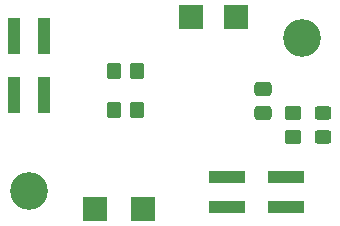
<source format=gts>
%TF.GenerationSoftware,KiCad,Pcbnew,8.0.8*%
%TF.CreationDate,2025-04-18T18:46:17-04:00*%
%TF.ProjectId,sht40,73687434-302e-46b6-9963-61645f706362,rev?*%
%TF.SameCoordinates,Original*%
%TF.FileFunction,Soldermask,Top*%
%TF.FilePolarity,Negative*%
%FSLAX46Y46*%
G04 Gerber Fmt 4.6, Leading zero omitted, Abs format (unit mm)*
G04 Created by KiCad (PCBNEW 8.0.8) date 2025-04-18 18:46:17*
%MOMM*%
%LPD*%
G01*
G04 APERTURE LIST*
G04 Aperture macros list*
%AMRoundRect*
0 Rectangle with rounded corners*
0 $1 Rounding radius*
0 $2 $3 $4 $5 $6 $7 $8 $9 X,Y pos of 4 corners*
0 Add a 4 corners polygon primitive as box body*
4,1,4,$2,$3,$4,$5,$6,$7,$8,$9,$2,$3,0*
0 Add four circle primitives for the rounded corners*
1,1,$1+$1,$2,$3*
1,1,$1+$1,$4,$5*
1,1,$1+$1,$6,$7*
1,1,$1+$1,$8,$9*
0 Add four rect primitives between the rounded corners*
20,1,$1+$1,$2,$3,$4,$5,0*
20,1,$1+$1,$4,$5,$6,$7,0*
20,1,$1+$1,$6,$7,$8,$9,0*
20,1,$1+$1,$8,$9,$2,$3,0*%
G04 Aperture macros list end*
%ADD10R,1.000000X3.150000*%
%ADD11RoundRect,0.250000X0.450000X-0.350000X0.450000X0.350000X-0.450000X0.350000X-0.450000X-0.350000X0*%
%ADD12R,2.000000X2.000000*%
%ADD13RoundRect,0.250000X0.350000X0.450000X-0.350000X0.450000X-0.350000X-0.450000X0.350000X-0.450000X0*%
%ADD14RoundRect,0.250000X-0.450000X0.325000X-0.450000X-0.325000X0.450000X-0.325000X0.450000X0.325000X0*%
%ADD15RoundRect,0.250000X0.475000X-0.337500X0.475000X0.337500X-0.475000X0.337500X-0.475000X-0.337500X0*%
%ADD16C,3.200000*%
%ADD17RoundRect,0.250000X-0.350000X-0.450000X0.350000X-0.450000X0.350000X0.450000X-0.350000X0.450000X0*%
%ADD18R,3.150000X1.000000*%
G04 APERTURE END LIST*
D10*
%TO.C,J2*%
X110460000Y-62525000D03*
X110460000Y-57475000D03*
X113000000Y-62525000D03*
X113000000Y-57475000D03*
%TD*%
D11*
%TO.C,R3*%
X134112000Y-66024000D03*
X134112000Y-64024000D03*
%TD*%
D12*
%TO.C,TP3*%
X125476000Y-55880000D03*
%TD*%
D13*
%TO.C,R1*%
X120888000Y-60452000D03*
X118888000Y-60452000D03*
%TD*%
D14*
%TO.C,D1*%
X136652000Y-63999000D03*
X136652000Y-66049000D03*
%TD*%
D12*
%TO.C,TP1*%
X121412000Y-72136000D03*
%TD*%
D15*
%TO.C,C3*%
X131572000Y-64029500D03*
X131572000Y-61954500D03*
%TD*%
D16*
%TO.C,REF\u002A\u002A*%
X134874000Y-57658000D03*
%TD*%
D12*
%TO.C,TP4*%
X117348000Y-72136000D03*
%TD*%
D16*
%TO.C,REF\u002A\u002A*%
X111760000Y-70612000D03*
%TD*%
D17*
%TO.C,R2*%
X118888000Y-63754000D03*
X120888000Y-63754000D03*
%TD*%
D12*
%TO.C,TP2*%
X129286000Y-55880000D03*
%TD*%
D18*
%TO.C,J1*%
X133525000Y-72000000D03*
X128475000Y-72000000D03*
X133525000Y-69460000D03*
X128475000Y-69460000D03*
%TD*%
M02*

</source>
